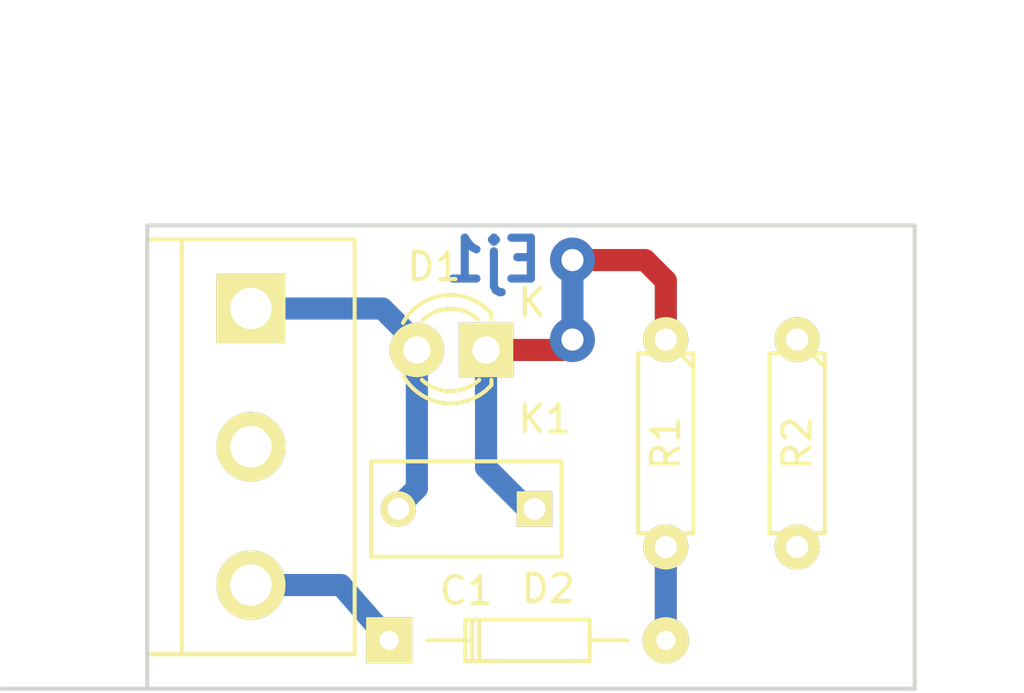
<source format=kicad_pcb>
(kicad_pcb (version 4) (host pcbnew 0.201511300701+6336~38~ubuntu14.04.1-stable)

  (general
    (links 8)
    (no_connects 2)
    (area 163.754999 81.478 209.342 106.501001)
    (thickness 1.6)
    (drawings 7)
    (tracks 25)
    (zones 0)
    (modules 6)
    (nets 6)
  )

  (page A4)
  (title_block
    (title "Ejercicio 1- Curso Kicad")
    (date 2015-11-30)
    (rev 1.0)
    (company "Aggo - Salguero Federico")
  )

  (layers
    (0 F.Cu signal)
    (31 B.Cu signal)
    (32 B.Adhes user)
    (33 F.Adhes user)
    (34 B.Paste user)
    (35 F.Paste user)
    (36 B.SilkS user)
    (37 F.SilkS user)
    (38 B.Mask user)
    (39 F.Mask user)
    (40 Dwgs.User user)
    (41 Cmts.User user)
    (42 Eco1.User user)
    (43 Eco2.User user)
    (44 Edge.Cuts user)
    (45 Margin user)
    (46 B.CrtYd user)
    (47 F.CrtYd user)
    (48 B.Fab user)
    (49 F.Fab user)
  )

  (setup
    (last_trace_width 0.25)
    (user_trace_width 0.8128)
    (trace_clearance 0.8128)
    (zone_clearance 0.508)
    (zone_45_only no)
    (trace_min 0.2)
    (segment_width 0.2)
    (edge_width 0.15)
    (via_size 0.6)
    (via_drill 0.4)
    (via_min_size 0.4)
    (via_min_drill 0.3)
    (user_via 1.651 0.8128)
    (uvia_size 0.3)
    (uvia_drill 0.1)
    (uvias_allowed no)
    (uvia_min_size 0)
    (uvia_min_drill 0)
    (pcb_text_width 0.3)
    (pcb_text_size 1.5 1.5)
    (mod_edge_width 0.15)
    (mod_text_size 1 1)
    (mod_text_width 0.15)
    (pad_size 1.524 1.524)
    (pad_drill 0.762)
    (pad_to_mask_clearance 0.2)
    (aux_axis_origin 0 0)
    (visible_elements 7FFFFFFF)
    (pcbplotparams
      (layerselection 0x00120_80000001)
      (usegerberextensions false)
      (excludeedgelayer false)
      (linewidth 0.100000)
      (plotframeref false)
      (viasonmask false)
      (mode 1)
      (useauxorigin false)
      (hpglpennumber 1)
      (hpglpenspeed 20)
      (hpglpendiameter 15)
      (hpglpenoverlay 2)
      (psnegative false)
      (psa4output false)
      (plotreference true)
      (plotvalue false)
      (plotinvisibletext false)
      (padsonsilk false)
      (subtractmaskfromsilk false)
      (outputformat 1)
      (mirror false)
      (drillshape 0)
      (scaleselection 1)
      (outputdirectory ejemplo1))
  )

  (net 0 "")
  (net 1 "Net-(C1-Pad1)")
  (net 2 "Net-(C1-Pad2)")
  (net 3 "Net-(D2-Pad2)")
  (net 4 "Net-(D2-Pad1)")
  (net 5 "Net-(K1-Pad2)")

  (net_class Default "This is the default net class."
    (clearance 0.8128)
    (trace_width 0.25)
    (via_dia 0.6)
    (via_drill 0.4)
    (uvia_dia 0.3)
    (uvia_drill 0.1)
    (add_net "Net-(C1-Pad1)")
    (add_net "Net-(C1-Pad2)")
    (add_net "Net-(D2-Pad1)")
    (add_net "Net-(D2-Pad2)")
    (add_net "Net-(K1-Pad2)")
  )

  (module ej1:bornier3 (layer F.Cu) (tedit 565C8834) (tstamp 565C69EC)
    (at 172.974 97.536 270)
    (descr "Bornier d'alimentation 3 pins")
    (tags DEV)
    (path /565C5D79)
    (fp_text reference K1 (at -1.016 -10.795 360) (layer F.SilkS)
      (effects (font (size 1 1) (thickness 0.15)))
    )
    (fp_text value CONN_3 (at 0 5.08 270) (layer F.Fab)
      (effects (font (size 1 1) (thickness 0.15)))
    )
    (fp_line (start -7.62 3.81) (end -7.62 -3.81) (layer F.SilkS) (width 0.15))
    (fp_line (start 7.62 3.81) (end 7.62 -3.81) (layer F.SilkS) (width 0.15))
    (fp_line (start -7.62 2.54) (end 7.62 2.54) (layer F.SilkS) (width 0.15))
    (fp_line (start -7.62 -3.81) (end 7.62 -3.81) (layer F.SilkS) (width 0.15))
    (fp_line (start -7.62 3.81) (end 7.62 3.81) (layer F.SilkS) (width 0.15))
    (pad 1 thru_hole rect (at -5.08 0 270) (size 2.54 2.54) (drill 1.524) (layers *.Cu *.Mask F.SilkS)
      (net 2 "Net-(C1-Pad2)"))
    (pad 2 thru_hole circle (at 0 0 270) (size 2.54 2.54) (drill 1.524) (layers *.Cu *.Mask F.SilkS)
      (net 5 "Net-(K1-Pad2)"))
    (pad 3 thru_hole circle (at 5.08 0 270) (size 2.54 2.54) (drill 1.524) (layers *.Cu *.Mask F.SilkS)
      (net 4 "Net-(D2-Pad1)"))
    (model Connect.3dshapes/bornier3.wrl
      (at (xyz 0 0 0))
      (scale (xyz 1 1 1))
      (rotate (xyz 0 0 0))
    )
    (model ../../../../../home/familia/Kicad/Nolasco_Santiago/ej1.3dshapes/bornier3.wrl
      (at (xyz 0 0 0))
      (scale (xyz 1 1 1))
      (rotate (xyz 0 0 0))
    )
  )

  (module ej1:C_Rect_L7_W3.5_P5 (layer F.Cu) (tedit 565C87BF) (tstamp 565C69D9)
    (at 183.388 99.822 180)
    (descr "Film Capacitor Length 7mm x Width 3.5mm, Pitch 5mm")
    (tags Capacitor)
    (path /565C5CA3)
    (fp_text reference C1 (at 2.5 -3 180) (layer F.SilkS)
      (effects (font (size 1 1) (thickness 0.15)))
    )
    (fp_text value 100nF (at 4.826 13.97 180) (layer F.Fab)
      (effects (font (size 1 1) (thickness 0.15)))
    )
    (fp_line (start -1.25 -2) (end 6.25 -2) (layer F.CrtYd) (width 0.05))
    (fp_line (start 6.25 -2) (end 6.25 2) (layer F.CrtYd) (width 0.05))
    (fp_line (start 6.25 2) (end -1.25 2) (layer F.CrtYd) (width 0.05))
    (fp_line (start -1.25 2) (end -1.25 -2) (layer F.CrtYd) (width 0.05))
    (fp_line (start -1 -1.75) (end 6 -1.75) (layer F.SilkS) (width 0.15))
    (fp_line (start 6 -1.75) (end 6 1.75) (layer F.SilkS) (width 0.15))
    (fp_line (start 6 1.75) (end -1 1.75) (layer F.SilkS) (width 0.15))
    (fp_line (start -1 1.75) (end -1 -1.75) (layer F.SilkS) (width 0.15))
    (pad 1 thru_hole rect (at 0 0 180) (size 1.3 1.3) (drill 0.8) (layers *.Cu *.Mask F.SilkS)
      (net 1 "Net-(C1-Pad1)"))
    (pad 2 thru_hole circle (at 5 0 180) (size 1.3 1.3) (drill 0.8) (layers *.Cu *.Mask F.SilkS)
      (net 2 "Net-(C1-Pad2)"))
    (model ../../../../../home/familia/Kicad/Nolasco_Santiago/ej1.3dshapes/cnp_6mm_disc.wrl
      (at (xyz 0.1 0 0))
      (scale (xyz 1 1 1))
      (rotate (xyz 0 0 0))
    )
  )

  (module ej1:LED-3MM (layer F.Cu) (tedit 565CB3F9) (tstamp 565C69DF)
    (at 181.61 93.98 180)
    (descr "LED 3mm round vertical")
    (tags "LED  3mm round vertical")
    (path /565C5F16)
    (fp_text reference D1 (at 1.91 3.06 180) (layer F.SilkS)
      (effects (font (size 1 1) (thickness 0.15)))
    )
    (fp_text value "LED ROJO" (at 2.921 3.556 180) (layer F.Fab)
      (effects (font (size 0.5 0.5) (thickness 0.125)))
    )
    (fp_line (start -1.2 2.3) (end 3.8 2.3) (layer F.CrtYd) (width 0.05))
    (fp_line (start 3.8 2.3) (end 3.8 -2.2) (layer F.CrtYd) (width 0.05))
    (fp_line (start 3.8 -2.2) (end -1.2 -2.2) (layer F.CrtYd) (width 0.05))
    (fp_line (start -1.2 -2.2) (end -1.2 2.3) (layer F.CrtYd) (width 0.05))
    (fp_line (start -0.199 1.314) (end -0.199 1.114) (layer F.SilkS) (width 0.15))
    (fp_line (start -0.199 -1.28) (end -0.199 -1.1) (layer F.SilkS) (width 0.15))
    (fp_arc (start 1.301 0.034) (end -0.199 -1.286) (angle 108.5) (layer F.SilkS) (width 0.15))
    (fp_arc (start 1.301 0.034) (end 0.25 -1.1) (angle 85.7) (layer F.SilkS) (width 0.15))
    (fp_arc (start 1.311 0.034) (end 3.051 0.994) (angle 110) (layer F.SilkS) (width 0.15))
    (fp_arc (start 1.301 0.034) (end 2.335 1.094) (angle 87.5) (layer F.SilkS) (width 0.15))
    (fp_text user K (at -1.69 1.74 180) (layer F.SilkS)
      (effects (font (size 1 1) (thickness 0.15)))
    )
    (pad 1 thru_hole rect (at 0 0 270) (size 2 2) (drill 1.00076) (layers *.Cu *.Mask F.SilkS)
      (net 1 "Net-(C1-Pad1)"))
    (pad 2 thru_hole circle (at 2.54 0 180) (size 2 2) (drill 1.00076) (layers *.Cu *.Mask F.SilkS)
      (net 2 "Net-(C1-Pad2)"))
    (model LEDs.3dshapes/LED-3MM.wrl
      (at (xyz 0.05 0 0))
      (scale (xyz 1 1 1))
      (rotate (xyz 0 0 90))
    )
    (model ../../../../../home/familia/Kicad/Nolasco_Santiago/ej1.3dshapes/LED-3MM.wrl
      (at (xyz 0.05 0 0))
      (scale (xyz 1 1 1))
      (rotate (xyz 0 0 0))
    )
  )

  (module ej1:Diode_DO-35_SOD27_Horizontal_RM10 (layer F.Cu) (tedit 565CA85D) (tstamp 565C69E5)
    (at 178.054 104.648)
    (descr "Diode, DO-35,  SOD27, Horizontal, RM 10mm")
    (tags "Diode, DO-35, SOD27, Horizontal, RM 10mm, 1N4148,")
    (path /565C5C48)
    (fp_text reference D2 (at 5.842 -1.905) (layer F.SilkS)
      (effects (font (size 1 1) (thickness 0.15)))
    )
    (fp_text value 1N4148 (at 5.334 0) (layer F.Fab)
      (effects (font (size 0.5 0.5) (thickness 0.125)))
    )
    (fp_line (start 7.36652 -0.00254) (end 8.76352 -0.00254) (layer F.SilkS) (width 0.15))
    (fp_line (start 2.92152 -0.00254) (end 1.39752 -0.00254) (layer F.SilkS) (width 0.15))
    (fp_line (start 3.30252 -0.76454) (end 3.30252 0.75946) (layer F.SilkS) (width 0.15))
    (fp_line (start 3.04852 -0.76454) (end 3.04852 0.75946) (layer F.SilkS) (width 0.15))
    (fp_line (start 2.79452 -0.00254) (end 2.79452 0.75946) (layer F.SilkS) (width 0.15))
    (fp_line (start 2.79452 0.75946) (end 7.36652 0.75946) (layer F.SilkS) (width 0.15))
    (fp_line (start 7.36652 0.75946) (end 7.36652 -0.76454) (layer F.SilkS) (width 0.15))
    (fp_line (start 7.36652 -0.76454) (end 2.79452 -0.76454) (layer F.SilkS) (width 0.15))
    (fp_line (start 2.79452 -0.76454) (end 2.79452 -0.00254) (layer F.SilkS) (width 0.15))
    (pad 2 thru_hole circle (at 10.16052 -0.00254 180) (size 1.69926 1.69926) (drill 0.70104) (layers *.Cu *.Mask F.SilkS)
      (net 3 "Net-(D2-Pad2)"))
    (pad 1 thru_hole rect (at 0.00052 -0.00254 180) (size 1.69926 1.69926) (drill 0.70104) (layers *.Cu *.Mask F.SilkS)
      (net 4 "Net-(D2-Pad1)"))
    (model Diodes_ThroughHole.3dshapes/Diode_DO-35_SOD27_Horizontal_RM10.wrl
      (at (xyz 0.2 0 0))
      (scale (xyz 0.4 0.4 0.4))
      (rotate (xyz 0 0 180))
    )
    (model ../../../../../home/familia/Kicad/Nolasco_Santiago/ej1.3dshapes/Diode_DO-35_SOD27_Horizontal_RM10.wrl
      (at (xyz 0.2 0 0))
      (scale (xyz 0.4 0.4 0.4))
      (rotate (xyz 0 0 180))
    )
  )

  (module ej1:R3-LARGE_PADS (layer F.Cu) (tedit 565C87FC) (tstamp 565C69F2)
    (at 188.214 97.409 270)
    (descr "Resitance 3 pas")
    (tags R)
    (path /565C5CD2)
    (fp_text reference R1 (at 0 0 270) (layer F.SilkS)
      (effects (font (size 1 1) (thickness 0.15)))
    )
    (fp_text value 100K (at -0.127 1.905 270) (layer F.Fab)
      (effects (font (size 1 1) (thickness 0.15)))
    )
    (fp_line (start -3.81 0) (end -3.302 0) (layer F.SilkS) (width 0.15))
    (fp_line (start 3.81 0) (end 3.302 0) (layer F.SilkS) (width 0.15))
    (fp_line (start 3.302 0) (end 3.302 -1.016) (layer F.SilkS) (width 0.15))
    (fp_line (start 3.302 -1.016) (end -3.302 -1.016) (layer F.SilkS) (width 0.15))
    (fp_line (start -3.302 -1.016) (end -3.302 1.016) (layer F.SilkS) (width 0.15))
    (fp_line (start -3.302 1.016) (end 3.302 1.016) (layer F.SilkS) (width 0.15))
    (fp_line (start 3.302 1.016) (end 3.302 0) (layer F.SilkS) (width 0.15))
    (fp_line (start -3.302 -0.508) (end -2.794 -1.016) (layer F.SilkS) (width 0.15))
    (pad 1 thru_hole circle (at -3.81 0 270) (size 1.651 1.651) (drill 0.8128) (layers *.Cu *.Mask F.SilkS)
      (net 1 "Net-(C1-Pad1)"))
    (pad 2 thru_hole circle (at 3.81 0 270) (size 1.651 1.651) (drill 0.8128) (layers *.Cu *.Mask F.SilkS)
      (net 3 "Net-(D2-Pad2)"))
    (model ../../../../../home/familia/Kicad/Nolasco_Santiago/ej1.3dshapes/R3-LARGE_PADS.wrl
      (at (xyz 0 0 0))
      (scale (xyz 0.3 0.3 0.3))
      (rotate (xyz 0 0 0))
    )
  )

  (module ej1:R3-LARGE_PADS (layer F.Cu) (tedit 0) (tstamp 565CAB29)
    (at 193.04 97.409 270)
    (descr "Resitance 3 pas")
    (tags R)
    (path /565CA903)
    (fp_text reference R2 (at 0 0 270) (layer F.SilkS)
      (effects (font (size 1 1) (thickness 0.15)))
    )
    (fp_text value 100K (at 0 0 270) (layer F.Fab)
      (effects (font (size 1 1) (thickness 0.15)))
    )
    (fp_line (start -3.81 0) (end -3.302 0) (layer F.SilkS) (width 0.15))
    (fp_line (start 3.81 0) (end 3.302 0) (layer F.SilkS) (width 0.15))
    (fp_line (start 3.302 0) (end 3.302 -1.016) (layer F.SilkS) (width 0.15))
    (fp_line (start 3.302 -1.016) (end -3.302 -1.016) (layer F.SilkS) (width 0.15))
    (fp_line (start -3.302 -1.016) (end -3.302 1.016) (layer F.SilkS) (width 0.15))
    (fp_line (start -3.302 1.016) (end 3.302 1.016) (layer F.SilkS) (width 0.15))
    (fp_line (start 3.302 1.016) (end 3.302 0) (layer F.SilkS) (width 0.15))
    (fp_line (start -3.302 -0.508) (end -2.794 -1.016) (layer F.SilkS) (width 0.15))
    (pad 1 thru_hole circle (at -3.81 0 270) (size 1.651 1.651) (drill 0.8128) (layers *.Cu *.Mask F.SilkS)
      (net 1 "Net-(C1-Pad1)"))
    (pad 2 thru_hole circle (at 3.81 0 270) (size 1.651 1.651) (drill 0.8128) (layers *.Cu *.Mask F.SilkS)
      (net 3 "Net-(D2-Pad2)"))
    (model ../../../../../home/familia/Kicad/Nolasco_Santiago/ej1.3dshapes/R3-LARGE_PADS.wrl
      (at (xyz 0 0 0))
      (scale (xyz 0.3 0.3 0.3))
      (rotate (xyz 0 0 0))
    )
  )

  (gr_line (start 197.358 106.426) (end 163.83 106.426) (angle 90) (layer Edge.Cuts) (width 0.15))
  (gr_line (start 169.164 89.408) (end 169.164 106.426) (angle 90) (layer Edge.Cuts) (width 0.15))
  (gr_line (start 197.358 89.408) (end 197.358 106.426) (angle 90) (layer Edge.Cuts) (width 0.15))
  (gr_line (start 197.358 89.408) (end 169.164 89.408) (angle 90) (layer Edge.Cuts) (width 0.15))
  (dimension 28.194 (width 0.3) (layer Dwgs.User)
    (gr_text "28,194 mm" (at 183.261 82.978) (layer Dwgs.User)
      (effects (font (size 1.5 1.5) (thickness 0.3)))
    )
    (feature1 (pts (xy 197.358 89.916) (xy 197.358 81.628)))
    (feature2 (pts (xy 169.164 89.916) (xy 169.164 81.628)))
    (crossbar (pts (xy 169.164 84.328) (xy 197.358 84.328)))
    (arrow1a (pts (xy 197.358 84.328) (xy 196.231496 84.914421)))
    (arrow1b (pts (xy 197.358 84.328) (xy 196.231496 83.741579)))
    (arrow2a (pts (xy 169.164 84.328) (xy 170.290504 84.914421)))
    (arrow2b (pts (xy 169.164 84.328) (xy 170.290504 83.741579)))
  )
  (gr_text "Ej1\n" (at 181.864 90.678) (layer B.Cu)
    (effects (font (size 1.5 1.5) (thickness 0.3)) (justify mirror))
  )
  (dimension 17.018 (width 0.3) (layer Dwgs.User)
    (gr_text "17,018 mm" (at 202.692 97.79 270) (layer Dwgs.User)
      (effects (font (size 1.5 1.5) (thickness 0.3)))
    )
    (feature1 (pts (xy 190.754 106.426) (xy 200.058 106.426)))
    (feature2 (pts (xy 190.754 89.408) (xy 200.058 89.408)))
    (crossbar (pts (xy 197.358 89.408) (xy 197.358 106.426)))
    (arrow1a (pts (xy 197.358 106.426) (xy 196.771579 105.299496)))
    (arrow1b (pts (xy 197.358 106.426) (xy 197.944421 105.299496)))
    (arrow2a (pts (xy 197.358 89.408) (xy 196.771579 90.534504)))
    (arrow2b (pts (xy 197.358 89.408) (xy 197.944421 90.534504)))
  )

  (segment (start 181.61 93.98) (end 184.404 93.98) (width 0.8128) (layer F.Cu) (net 1))
  (segment (start 188.214 91.44) (end 188.214 93.599) (width 0.8128) (layer F.Cu) (net 1) (tstamp 565CA827))
  (segment (start 187.452 90.678) (end 188.214 91.44) (width 0.8128) (layer F.Cu) (net 1) (tstamp 565CA824))
  (segment (start 184.785 90.678) (end 187.452 90.678) (width 0.8128) (layer F.Cu) (net 1) (tstamp 565CA823))
  (via (at 184.785 90.678) (size 1.651) (drill 0.8128) (layers F.Cu B.Cu) (net 1))
  (segment (start 184.785 93.599) (end 184.785 90.678) (width 0.8128) (layer B.Cu) (net 1) (tstamp 565CA812))
  (via (at 184.785 93.599) (size 1.651) (drill 0.8128) (layers F.Cu B.Cu) (net 1))
  (segment (start 184.404 93.98) (end 184.785 93.599) (width 0.8128) (layer F.Cu) (net 1) (tstamp 565CA802))
  (segment (start 183.388 99.822) (end 183.134 99.822) (width 0.8128) (layer B.Cu) (net 1))
  (segment (start 183.134 99.822) (end 181.61 98.298) (width 0.8128) (layer B.Cu) (net 1) (tstamp 565C6E3F))
  (segment (start 181.61 98.298) (end 181.61 93.98) (width 0.8128) (layer B.Cu) (net 1) (tstamp 565C6E45))
  (segment (start 172.974 92.456) (end 177.038 92.456) (width 0.8128) (layer B.Cu) (net 2))
  (segment (start 177.8 92.456) (end 179.07 93.726) (width 0.8128) (layer B.Cu) (net 2) (tstamp 565C703B))
  (segment (start 177.038 92.456) (end 177.8 92.456) (width 0.8128) (layer B.Cu) (net 2) (tstamp 565C703A))
  (segment (start 179.07 93.726) (end 179.07 93.98) (width 0.8128) (layer B.Cu) (net 2) (tstamp 565C703E))
  (segment (start 173.249001 92.180999) (end 172.974 92.456) (width 0.8128) (layer B.Cu) (net 2) (tstamp 565C6E7A) (status 30))
  (segment (start 178.388 99.822) (end 178.388 99.742) (width 0.8128) (layer B.Cu) (net 2))
  (segment (start 178.388 99.742) (end 179.07 99.06) (width 0.8128) (layer B.Cu) (net 2) (tstamp 565C6E6B))
  (segment (start 179.07 99.06) (end 179.07 93.98) (width 0.8128) (layer B.Cu) (net 2) (tstamp 565C6E70))
  (segment (start 188.21452 104.64546) (end 188.21452 101.21952) (width 0.8128) (layer B.Cu) (net 3) (status 10))
  (segment (start 188.21452 101.21952) (end 188.214 101.219) (width 0.8128) (layer B.Cu) (net 3) (tstamp 565C6DED) (status 30))
  (segment (start 172.974 102.616) (end 176.27906 102.616) (width 0.8128) (layer B.Cu) (net 4))
  (segment (start 176.27906 102.616) (end 178.05452 104.64546) (width 0.8128) (layer B.Cu) (net 4) (tstamp 565C7042) (status 20))
  (segment (start 178.030979 104.669001) (end 178.05452 104.64546) (width 0.8128) (layer B.Cu) (net 4) (tstamp 565C6DE9) (status 30))
  (segment (start 178.030979 104.669001) (end 178.05452 104.64546) (width 0.25) (layer F.Cu) (net 4) (tstamp 565C6BA8) (status 30))

)

</source>
